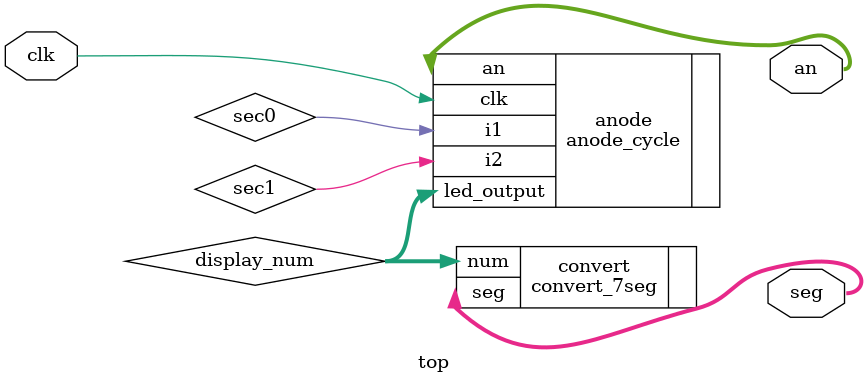
<source format=v>
module top(clk,an,seg);
    input clk;
	
    output wire [3:0] an;
    output wire [6:0] seg;
    wire [3:0] display_num;
 
    anode_cycle anode(.clk(clk), .i1(sec0), .i2(sec1), .led_output(display_num), .an(an));
    convert_7seg convert(.num(display_num),.seg(seg));
	
endmodule

</source>
